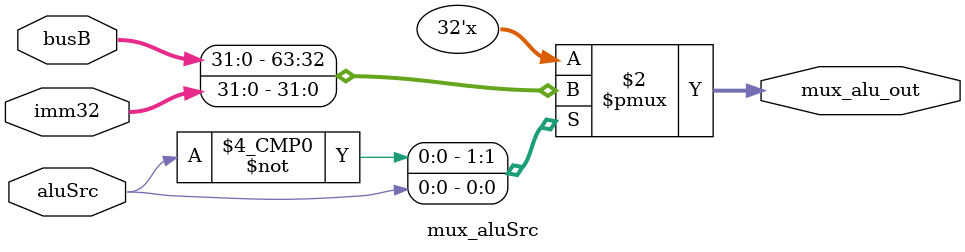
<source format=v>
module mux_aluSrc (
    busB,
    imm32,
    aluSrc,
    mux_alu_out
);
    input [31:0] busB, imm32;
    input aluSrc;
    output reg [31:0] mux_alu_out;

    always @(*) begin
        case (aluSrc)
            0:  mux_alu_out = busB;
            1:  mux_alu_out = imm32; 
            default: mux_alu_out = 0;
        endcase
    end
    
endmodule
</source>
